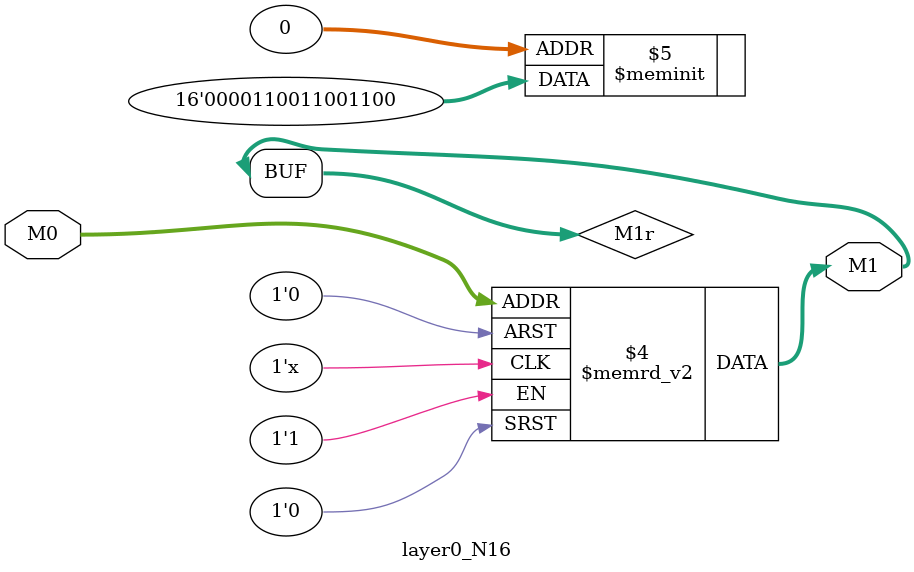
<source format=v>
module layer0_N16 ( input [2:0] M0, output [1:0] M1 );

	(*rom_style = "distributed" *) reg [1:0] M1r;
	assign M1 = M1r;
	always @ (M0) begin
		case (M0)
			3'b000: M1r = 2'b00;
			3'b100: M1r = 2'b00;
			3'b010: M1r = 2'b00;
			3'b110: M1r = 2'b00;
			3'b001: M1r = 2'b11;
			3'b101: M1r = 2'b11;
			3'b011: M1r = 2'b11;
			3'b111: M1r = 2'b00;

		endcase
	end
endmodule

</source>
